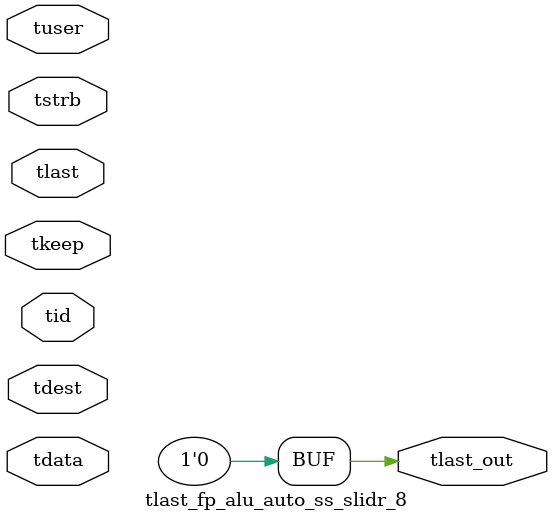
<source format=v>


`timescale 1ps/1ps

module tlast_fp_alu_auto_ss_slidr_8 #
(
parameter C_S_AXIS_TID_WIDTH   = 1,
parameter C_S_AXIS_TUSER_WIDTH = 0,
parameter C_S_AXIS_TDATA_WIDTH = 0,
parameter C_S_AXIS_TDEST_WIDTH = 0
)
(
input  [(C_S_AXIS_TID_WIDTH   == 0 ? 1 : C_S_AXIS_TID_WIDTH)-1:0       ] tid,
input  [(C_S_AXIS_TDATA_WIDTH == 0 ? 1 : C_S_AXIS_TDATA_WIDTH)-1:0     ] tdata,
input  [(C_S_AXIS_TUSER_WIDTH == 0 ? 1 : C_S_AXIS_TUSER_WIDTH)-1:0     ] tuser,
input  [(C_S_AXIS_TDEST_WIDTH == 0 ? 1 : C_S_AXIS_TDEST_WIDTH)-1:0     ] tdest,
input  [(C_S_AXIS_TDATA_WIDTH/8)-1:0 ] tkeep,
input  [(C_S_AXIS_TDATA_WIDTH/8)-1:0 ] tstrb,
input  [0:0]                                                             tlast,
output                                                                   tlast_out
);

assign tlast_out = {1'b0};

endmodule


</source>
